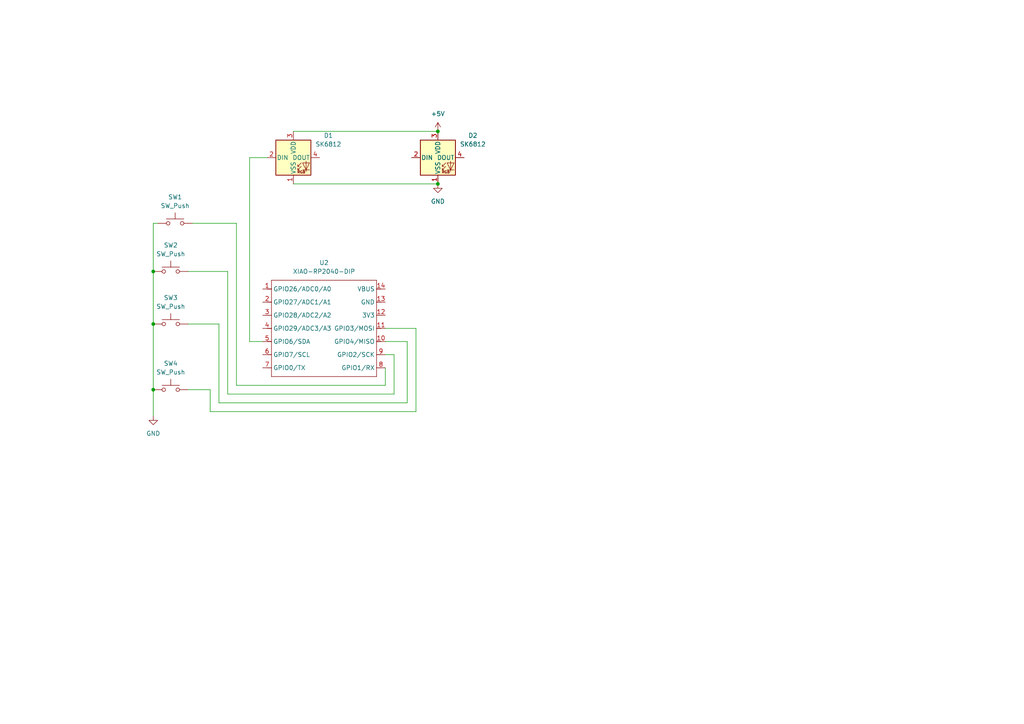
<source format=kicad_sch>
(kicad_sch (version 20250114) (generator "eeschema") (generator_version "9.0")
  (paper "A4")
  (lib_symbols
    (symbol "LED:SK6812" (pin_names (offset 0.254))
      (property "Reference" "D" (at 5.08 5.715 0))
      (property "Value" "SK6812" (at 1.27 -5.715 0))
      (symbol "SK6812_0_0"
        (text "RGB" (at 2.286 -4.191 0) (effects (font (size 0.762 0.762))))
      )
      (symbol "SK6812_0_1"
        (polyline (pts (xy 1.27 -2.54) (xy 1.778 -2.54)))
        (polyline (pts (xy 1.27 -3.556) (xy 1.778 -3.556)))
        (polyline (pts (xy 2.286 -1.524) (xy 1.27 -2.54) (xy 1.27 -2.032)))
        (polyline (pts (xy 2.286 -2.54) (xy 1.27 -3.556) (xy 1.27 -3.048)))
        (polyline (pts (xy 3.683 -1.016) (xy 3.683 -3.556) (xy 3.683 -4.064)))
        (polyline (pts (xy 4.699 -1.524) (xy 2.667 -1.524) (xy 3.683 -3.556) (xy 4.699 -1.524)))
        (polyline (pts (xy 4.699 -3.556) (xy 2.667 -3.556)))
        (rectangle (start 5.08 5.08) (end -5.08 -5.08) (stroke (width 0.254)) (fill (type background)))
      )
      (symbol "SK6812_1_1"
        (pin input line (at -7.62 0 0) (length 2.54) (name "DIN") (number "2"))
        (pin power_in line (at 0 7.62 270) (length 2.54) (name "VDD") (number "3"))
        (pin power_in line (at 0 -7.62 90) (length 2.54) (name "VSS") (number "1"))
        (pin output line (at 7.62 0 180) (length 2.54) (name "DOUT") (number "4"))
      )
    )
    (symbol "OPL:XIAO-RP2040-DIP"
      (property "Reference" "U" (at 0 0 0))
      (property "Value" "XIAO-RP2040-DIP" (at 5.334 -1.778 0))
      (symbol "XIAO-RP2040-DIP_1_0"
        (polyline (pts (xy -1.27 -2.54) (xy 29.21 -2.54)) (stroke (width 0.1524)))
        (polyline (pts (xy -1.27 -5.08) (xy -2.54 -5.08)) (stroke (width 0.1524)))
        (polyline (pts (xy -1.27 -5.08) (xy -1.27 -2.54)) (stroke (width 0.1524)))
        (polyline (pts (xy -1.27 -8.89) (xy -2.54 -8.89)) (stroke (width 0.1524)))
        (polyline (pts (xy -1.27 -8.89) (xy -1.27 -5.08)) (stroke (width 0.1524)))
        (polyline (pts (xy -1.27 -12.7) (xy -2.54 -12.7)) (stroke (width 0.1524)))
        (polyline (pts (xy -1.27 -12.7) (xy -1.27 -8.89)) (stroke (width 0.1524)))
        (polyline (pts (xy -1.27 -16.51) (xy -2.54 -16.51)) (stroke (width 0.1524)))
        (polyline (pts (xy -1.27 -16.51) (xy -1.27 -12.7)) (stroke (width 0.1524)))
        (polyline (pts (xy -1.27 -20.32) (xy -2.54 -20.32)) (stroke (width 0.1524)))
        (polyline (pts (xy -1.27 -24.13) (xy -2.54 -24.13)) (stroke (width 0.1524)))
        (polyline (pts (xy -1.27 -27.94) (xy -2.54 -27.94)) (stroke (width 0.1524)))
        (polyline (pts (xy -1.27 -30.48) (xy -1.27 -16.51)) (stroke (width 0.1524)))
        (polyline (pts (xy 29.21 -2.54) (xy 29.21 -5.08)) (stroke (width 0.1524)))
        (polyline (pts (xy 29.21 -5.08) (xy 29.21 -8.89)) (stroke (width 0.1524)))
        (polyline (pts (xy 29.21 -8.89) (xy 29.21 -12.7)) (stroke (width 0.1524)))
        (polyline (pts (xy 29.21 -12.7) (xy 29.21 -30.48)) (stroke (width 0.1524)))
        (polyline (pts (xy 29.21 -30.48) (xy -1.27 -30.48)) (stroke (width 0.1524)))
        (polyline (pts (xy 30.48 -5.08) (xy 29.21 -5.08)) (stroke (width 0.1524)))
        (polyline (pts (xy 30.48 -8.89) (xy 29.21 -8.89)) (stroke (width 0.1524)))
        (polyline (pts (xy 30.48 -12.7) (xy 29.21 -12.7)) (stroke (width 0.1524)))
        (polyline (pts (xy 30.48 -16.51) (xy 29.21 -16.51)) (stroke (width 0.1524)))
        (polyline (pts (xy 30.48 -20.32) (xy 29.21 -20.32)) (stroke (width 0.1524)))
        (polyline (pts (xy 30.48 -24.13) (xy 29.21 -24.13)) (stroke (width 0.1524)))
        (polyline (pts (xy 30.48 -27.94) (xy 29.21 -27.94)) (stroke (width 0.1524)))
        (pin passive line (at -3.81 -5.08 0) (length 2.54) (name "GPIO26/ADC0/A0") (number "1"))
        (pin passive line (at -3.81 -8.89 0) (length 2.54) (name "GPIO27/ADC1/A1") (number "2"))
        (pin passive line (at -3.81 -12.7 0) (length 2.54) (name "GPIO28/ADC2/A2") (number "3"))
        (pin passive line (at -3.81 -16.51 0) (length 2.54) (name "GPIO29/ADC3/A3") (number "4"))
        (pin passive line (at -3.81 -20.32 0) (length 2.54) (name "GPIO6/SDA") (number "5"))
        (pin passive line (at -3.81 -24.13 0) (length 2.54) (name "GPIO7/SCL") (number "6"))
        (pin passive line (at -3.81 -27.94 0) (length 2.54) (name "GPIO0/TX") (number "7"))
        (pin passive line (at 31.75 -5.08 180) (length 2.54) (name "VBUS") (number "14"))
        (pin passive line (at 31.75 -8.89 180) (length 2.54) (name "GND") (number "13"))
        (pin passive line (at 31.75 -12.7 180) (length 2.54) (name "3V3") (number "12"))
        (pin passive line (at 31.75 -16.51 180) (length 2.54) (name "GPIO3/MOSI") (number "11"))
        (pin passive line (at 31.75 -20.32 180) (length 2.54) (name "GPIO4/MISO") (number "10"))
        (pin passive line (at 31.75 -24.13 180) (length 2.54) (name "GPIO2/SCK") (number "9"))
        (pin passive line (at 31.75 -27.94 180) (length 2.54) (name "GPIO1/RX") (number "8"))
      )
    )
    (symbol "Switch:SW_Push" (pin_numbers (hide yes)) (pin_names (offset 1.016) (hide yes))
      (property "Reference" "SW" (at 1.27 2.54 0))
      (property "Value" "SW_Push" (at 0 -1.524 0))
      (symbol "SW_Push_0_1"
        (circle (center -2.032 0) (radius 0.508))
        (polyline (pts (xy 0 1.27) (xy 0 3.048)))
        (circle (center 2.032 0) (radius 0.508))
        (polyline (pts (xy 2.54 1.27) (xy -2.54 1.27)))
        (pin passive line (at -5.08 0 0) (length 2.54) (name "1") (number "1"))
        (pin passive line (at 5.08 0 180) (length 2.54) (name "2") (number "2"))
      )
    )
    (symbol "power:+5V" (power) (pin_numbers (hide yes)) (pin_names (offset 0) (hide yes))
      (property "Value" "+5V" (at 0 3.556 0))
      (symbol "+5V_0_1"
        (polyline (pts (xy -0.762 1.27) (xy 0 2.54)))
        (polyline (pts (xy 0 2.54) (xy 0.762 1.27)))
        (polyline (pts (xy 0 0) (xy 0 2.54)))
      )
      (symbol "+5V_1_1"
        (pin power_in line (at 0 0 90) (length 0) (name "~") (number "1"))
      )
    )
    (symbol "power:GND" (power) (pin_numbers (hide yes)) (pin_names (offset 0) (hide yes))
      (property "Value" "GND" (at 0 -3.81 0))
      (symbol "GND_0_1"
        (polyline (pts (xy 0 0) (xy 0 -1.27) (xy 1.27 -1.27) (xy 0 -2.54) (xy -1.27 -1.27) (xy 0 -1.27)))
      )
      (symbol "GND_1_1"
        (pin power_in line (at 0 0 270) (length 0) (name "~") (number "1"))
      )
    )
  )
  (junction (at 44.45 78.74))
  (junction (at 44.45 113.03))
  (junction (at 127 53.34))
  (junction (at 44.45 93.98))
  (junction (at 127 38.1))
  (wire (pts (xy 72.39 99.06) (xy 72.39 45.72)))
  (wire (pts (xy 118.11 116.84) (xy 118.11 99.06)))
  (wire (pts (xy 54.61 93.98) (xy 63.5 93.98)))
  (wire (pts (xy 60.96 119.38) (xy 120.65 119.38)))
  (wire (pts (xy 114.3 114.3) (xy 114.3 102.87)))
  (wire (pts (xy 54.61 78.74) (xy 66.04 78.74)))
  (wire (pts (xy 68.58 111.76) (xy 111.76 111.76)))
  (wire (pts (xy 114.3 102.87) (xy 111.76 102.87)))
  (wire (pts (xy 55.88 64.77) (xy 68.58 64.77)))
  (wire (pts (xy 44.45 64.77) (xy 45.72 64.77)))
  (wire (pts (xy 60.96 113.03) (xy 60.96 119.38)))
  (wire (pts (xy 44.45 78.74) (xy 44.45 93.98)))
  (wire (pts (xy 76.2 99.06) (xy 72.39 99.06)))
  (wire (pts (xy 54.61 113.03) (xy 60.96 113.03)))
  (wire (pts (xy 66.04 78.74) (xy 66.04 114.3)))
  (wire (pts (xy 72.39 45.72) (xy 77.47 45.72)))
  (wire (pts (xy 44.45 93.98) (xy 44.45 113.03)))
  (wire (pts (xy 63.5 93.98) (xy 63.5 116.84)))
  (wire (pts (xy 120.65 119.38) (xy 120.65 95.25)))
  (wire (pts (xy 85.09 53.34) (xy 127 53.34)))
  (wire (pts (xy 44.45 78.74) (xy 44.45 64.77)))
  (wire (pts (xy 120.65 95.25) (xy 111.76 95.25)))
  (wire (pts (xy 85.09 38.1) (xy 127 38.1)))
  (wire (pts (xy 118.11 99.06) (xy 111.76 99.06)))
  (wire (pts (xy 63.5 116.84) (xy 118.11 116.84)))
  (wire (pts (xy 111.76 111.76) (xy 111.76 106.68)))
  (wire (pts (xy 68.58 64.77) (xy 68.58 111.76)))
  (wire (pts (xy 66.04 114.3) (xy 114.3 114.3)))
  (wire (pts (xy 44.45 113.03) (xy 44.45 120.65)))
  (symbol (lib_id "Switch:SW_Push") (at 49.53 78.74 0) (unit 1)
    (property "Reference" "SW2" (at 49.53 71.12 0))
    (property "Value" "SW_Push" (at 49.53 73.66 0))
    (property "Footprint" "Button_Switch_Keyboard:SW_Cherry_MX_1.00u_PCB" (effects (hide yes)))
    (property "Description" "Push button switch, generic, two pins" (effects (hide yes)))
  )
  (symbol (lib_id "LED:SK6812") (at 85.09 45.72 0) (unit 1)
    (property "Reference" "D1" (at 95.25 39.2998 0))
    (property "Value" "SK6812" (at 95.25 41.8398 0))
    (property "Footprint" "LED_SMD:LED_SK6812_PLCC4_5.0x5.0mm_P3.2mm" (effects (hide yes)))
    (property "Datasheet" "https://cdn-shop.adafruit.com/product-files/1138/SK6812+LED+datasheet+.pdf" (effects (hide yes)))
    (property "Description" "RGB LED with integrated controller" (effects (hide yes)))
  )
  (symbol (lib_id "power:GND") (at 127 53.34 0) (unit 1)
    (property "Reference" "#PWR02" (effects (hide yes)))
    (property "Value" "GND" (at 127 58.42 0))
    (property "Description" "Power symbol creates a global label with name \"GND\" , ground" (effects (hide yes)))
  )
  (symbol (lib_id "OPL:XIAO-RP2040-DIP") (at 80.01 78.74 0) (unit 1)
    (property "Reference" "U2" (at 93.98 76.2 0))
    (property "Value" "XIAO-RP2040-DIP" (at 93.98 78.74 0))
    (property "Footprint" "OPL:XIAO-RP2040-DIP" (effects (hide yes)))
  )
  (symbol (lib_id "power:GND") (at 44.45 120.65 0) (unit 1)
    (property "Reference" "#PWR01" (effects (hide yes)))
    (property "Value" "GND" (at 44.45 125.73 0))
    (property "Description" "Power symbol creates a global label with name \"GND\" , ground" (effects (hide yes)))
  )
  (symbol (lib_id "power:+5V") (at 127 38.1 0) (unit 1)
    (property "Reference" "#PWR03" (effects (hide yes)))
    (property "Value" "+5V" (at 127 33.02 0))
    (property "Description" "Power symbol creates a global label with name \"+5V\"" (effects (hide yes)))
  )
  (symbol (lib_id "LED:SK6812") (at 127 45.72 0) (unit 1)
    (property "Reference" "D2" (at 137.16 39.2998 0))
    (property "Value" "SK6812" (at 137.16 41.8398 0))
    (property "Footprint" "LED_SMD:LED_SK6812_PLCC4_5.0x5.0mm_P3.2mm" (effects (hide yes)))
    (property "Datasheet" "https://cdn-shop.adafruit.com/product-files/1138/SK6812+LED+datasheet+.pdf" (effects (hide yes)))
    (property "Description" "RGB LED with integrated controller" (effects (hide yes)))
  )
  (symbol (lib_id "Switch:SW_Push") (at 50.8 64.77 0) (unit 1)
    (property "Reference" "SW1" (at 50.8 57.15 0))
    (property "Value" "SW_Push" (at 50.8 59.69 0))
    (property "Footprint" "Button_Switch_Keyboard:SW_Cherry_MX_1.00u_PCB" (effects (hide yes)))
    (property "Description" "Push button switch, generic, two pins" (effects (hide yes)))
  )
  (symbol (lib_id "Switch:SW_Push") (at 49.53 113.03 0) (unit 1)
    (property "Reference" "SW4" (at 49.53 105.41 0))
    (property "Value" "SW_Push" (at 49.53 107.95 0))
    (property "Footprint" "Button_Switch_Keyboard:SW_Cherry_MX_1.00u_PCB" (effects (hide yes)))
    (property "Description" "Push button switch, generic, two pins" (effects (hide yes)))
  )
  (symbol (lib_id "Switch:SW_Push") (at 49.53 93.98 0) (unit 1)
    (property "Reference" "SW3" (at 49.53 86.36 0))
    (property "Value" "SW_Push" (at 49.53 88.9 0))
    (property "Footprint" "Button_Switch_Keyboard:SW_Cherry_MX_1.00u_PCB" (effects (hide yes)))
    (property "Description" "Push button switch, generic, two pins" (effects (hide yes)))
  )
)
</source>
